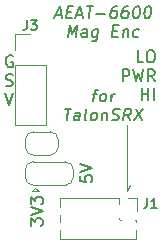
<source format=gbr>
%TF.GenerationSoftware,KiCad,Pcbnew,(6.0.5-0)*%
%TF.CreationDate,2022-12-27T15:40:18-08:00*%
%TF.ProjectId,talonsrx-enc-aeat-6600,74616c6f-6e73-4727-982d-656e632d6165,rev?*%
%TF.SameCoordinates,PX9157080PY6d01460*%
%TF.FileFunction,Legend,Top*%
%TF.FilePolarity,Positive*%
%FSLAX46Y46*%
G04 Gerber Fmt 4.6, Leading zero omitted, Abs format (unit mm)*
G04 Created by KiCad (PCBNEW (6.0.5-0)) date 2022-12-27 15:40:18*
%MOMM*%
%LPD*%
G01*
G04 APERTURE LIST*
%ADD10C,0.120000*%
%ADD11C,0.150000*%
G04 APERTURE END LIST*
D10*
X10414000Y5842000D02*
X10668000Y6350000D01*
X10414000Y11430000D02*
X10414000Y5842000D01*
D11*
X7486279Y14069286D02*
X7867232Y14069286D01*
X7545803Y13402620D02*
X7652946Y14259762D01*
X7712470Y14355000D01*
X7813660Y14402620D01*
X7908898Y14402620D01*
X8260089Y13402620D02*
X8170803Y13450239D01*
X8129136Y13497858D01*
X8093422Y13593096D01*
X8129136Y13878810D01*
X8188660Y13974048D01*
X8242232Y14021667D01*
X8343422Y14069286D01*
X8486279Y14069286D01*
X8575565Y14021667D01*
X8617232Y13974048D01*
X8652946Y13878810D01*
X8617232Y13593096D01*
X8557708Y13497858D01*
X8504136Y13450239D01*
X8402946Y13402620D01*
X8260089Y13402620D01*
X9021994Y13402620D02*
X9105327Y14069286D01*
X9081517Y13878810D02*
X9141041Y13974048D01*
X9194613Y14021667D01*
X9295803Y14069286D01*
X9391041Y14069286D01*
X5123184Y12792620D02*
X5694613Y12792620D01*
X5283898Y11792620D02*
X5408898Y12792620D01*
X6331517Y11792620D02*
X6396994Y12316429D01*
X6361279Y12411667D01*
X6271994Y12459286D01*
X6081517Y12459286D01*
X5980327Y12411667D01*
X6337470Y11840239D02*
X6236279Y11792620D01*
X5998184Y11792620D01*
X5908898Y11840239D01*
X5873184Y11935477D01*
X5885089Y12030715D01*
X5944613Y12125953D01*
X6045803Y12173572D01*
X6283898Y12173572D01*
X6385089Y12221191D01*
X6950565Y11792620D02*
X6861279Y11840239D01*
X6825565Y11935477D01*
X6932708Y12792620D01*
X7474375Y11792620D02*
X7385089Y11840239D01*
X7343422Y11887858D01*
X7307708Y11983096D01*
X7343422Y12268810D01*
X7402946Y12364048D01*
X7456517Y12411667D01*
X7557708Y12459286D01*
X7700565Y12459286D01*
X7789851Y12411667D01*
X7831517Y12364048D01*
X7867232Y12268810D01*
X7831517Y11983096D01*
X7771994Y11887858D01*
X7718422Y11840239D01*
X7617232Y11792620D01*
X7474375Y11792620D01*
X8319613Y12459286D02*
X8236279Y11792620D01*
X8307708Y12364048D02*
X8361279Y12411667D01*
X8462470Y12459286D01*
X8605327Y12459286D01*
X8694613Y12411667D01*
X8730327Y12316429D01*
X8664851Y11792620D01*
X9099375Y11840239D02*
X9236279Y11792620D01*
X9474375Y11792620D01*
X9575565Y11840239D01*
X9629136Y11887858D01*
X9688660Y11983096D01*
X9700565Y12078334D01*
X9664851Y12173572D01*
X9623184Y12221191D01*
X9533898Y12268810D01*
X9349375Y12316429D01*
X9260089Y12364048D01*
X9218422Y12411667D01*
X9182708Y12506905D01*
X9194613Y12602143D01*
X9254136Y12697381D01*
X9307708Y12745000D01*
X9408898Y12792620D01*
X9646994Y12792620D01*
X9783898Y12745000D01*
X10664851Y11792620D02*
X10391041Y12268810D01*
X10093422Y11792620D02*
X10218422Y12792620D01*
X10599375Y12792620D01*
X10688660Y12745000D01*
X10730327Y12697381D01*
X10766041Y12602143D01*
X10748184Y12459286D01*
X10688660Y12364048D01*
X10635089Y12316429D01*
X10533898Y12268810D01*
X10152946Y12268810D01*
X11123184Y12792620D02*
X11664851Y11792620D01*
X11789851Y12792620D02*
X10998184Y11792620D01*
X4367232Y20738334D02*
X4843422Y20738334D01*
X4236279Y20452620D02*
X4694613Y21452620D01*
X4902946Y20452620D01*
X5301755Y20976429D02*
X5635089Y20976429D01*
X5712470Y20452620D02*
X5236279Y20452620D01*
X5361279Y21452620D01*
X5837470Y21452620D01*
X6129136Y20738334D02*
X6605327Y20738334D01*
X5998184Y20452620D02*
X6456517Y21452620D01*
X6664851Y20452620D01*
X6980327Y21452620D02*
X7551755Y21452620D01*
X7141041Y20452620D02*
X7266041Y21452620D01*
X7807708Y20833572D02*
X8569613Y20833572D01*
X9551755Y21452620D02*
X9361279Y21452620D01*
X9260089Y21405000D01*
X9206517Y21357381D01*
X9093422Y21214524D01*
X9021994Y21024048D01*
X8974375Y20643096D01*
X9010089Y20547858D01*
X9051755Y20500239D01*
X9141041Y20452620D01*
X9331517Y20452620D01*
X9432708Y20500239D01*
X9486279Y20547858D01*
X9545803Y20643096D01*
X9575565Y20881191D01*
X9539851Y20976429D01*
X9498184Y21024048D01*
X9408898Y21071667D01*
X9218422Y21071667D01*
X9117232Y21024048D01*
X9063660Y20976429D01*
X9004136Y20881191D01*
X10504136Y21452620D02*
X10313660Y21452620D01*
X10212470Y21405000D01*
X10158898Y21357381D01*
X10045803Y21214524D01*
X9974375Y21024048D01*
X9926755Y20643096D01*
X9962470Y20547858D01*
X10004136Y20500239D01*
X10093422Y20452620D01*
X10283898Y20452620D01*
X10385089Y20500239D01*
X10438660Y20547858D01*
X10498184Y20643096D01*
X10527946Y20881191D01*
X10492232Y20976429D01*
X10450565Y21024048D01*
X10361279Y21071667D01*
X10170803Y21071667D01*
X10069613Y21024048D01*
X10016041Y20976429D01*
X9956517Y20881191D01*
X11218422Y21452620D02*
X11313660Y21452620D01*
X11402946Y21405000D01*
X11444613Y21357381D01*
X11480327Y21262143D01*
X11504136Y21071667D01*
X11474375Y20833572D01*
X11402946Y20643096D01*
X11343422Y20547858D01*
X11289851Y20500239D01*
X11188660Y20452620D01*
X11093422Y20452620D01*
X11004136Y20500239D01*
X10962470Y20547858D01*
X10926755Y20643096D01*
X10902946Y20833572D01*
X10932708Y21071667D01*
X11004136Y21262143D01*
X11063660Y21357381D01*
X11117232Y21405000D01*
X11218422Y21452620D01*
X12170803Y21452620D02*
X12266041Y21452620D01*
X12355327Y21405000D01*
X12396994Y21357381D01*
X12432708Y21262143D01*
X12456517Y21071667D01*
X12426755Y20833572D01*
X12355327Y20643096D01*
X12295803Y20547858D01*
X12242232Y20500239D01*
X12141041Y20452620D01*
X12045803Y20452620D01*
X11956517Y20500239D01*
X11914851Y20547858D01*
X11879136Y20643096D01*
X11855327Y20833572D01*
X11885089Y21071667D01*
X11956517Y21262143D01*
X12016041Y21357381D01*
X12069613Y21405000D01*
X12170803Y21452620D01*
X5402946Y18842620D02*
X5527946Y19842620D01*
X5771994Y19128334D01*
X6194613Y19842620D01*
X6069613Y18842620D01*
X6974375Y18842620D02*
X7039851Y19366429D01*
X7004136Y19461667D01*
X6914851Y19509286D01*
X6724375Y19509286D01*
X6623184Y19461667D01*
X6980327Y18890239D02*
X6879136Y18842620D01*
X6641041Y18842620D01*
X6551755Y18890239D01*
X6516041Y18985477D01*
X6527946Y19080715D01*
X6587470Y19175953D01*
X6688660Y19223572D01*
X6926755Y19223572D01*
X7027946Y19271191D01*
X7962470Y19509286D02*
X7861279Y18699762D01*
X7801755Y18604524D01*
X7748184Y18556905D01*
X7646994Y18509286D01*
X7504136Y18509286D01*
X7414851Y18556905D01*
X7885089Y18890239D02*
X7783898Y18842620D01*
X7593422Y18842620D01*
X7504136Y18890239D01*
X7462470Y18937858D01*
X7426755Y19033096D01*
X7462470Y19318810D01*
X7521994Y19414048D01*
X7575565Y19461667D01*
X7676755Y19509286D01*
X7867232Y19509286D01*
X7956517Y19461667D01*
X9182708Y19366429D02*
X9516041Y19366429D01*
X9593422Y18842620D02*
X9117232Y18842620D01*
X9242232Y19842620D01*
X9718422Y19842620D01*
X10105327Y19509286D02*
X10021994Y18842620D01*
X10093422Y19414048D02*
X10146994Y19461667D01*
X10248184Y19509286D01*
X10391041Y19509286D01*
X10480327Y19461667D01*
X10516041Y19366429D01*
X10450565Y18842620D01*
X11361279Y18890239D02*
X11260089Y18842620D01*
X11069613Y18842620D01*
X10980327Y18890239D01*
X10938660Y18937858D01*
X10902946Y19033096D01*
X10938660Y19318810D01*
X10998184Y19414048D01*
X11051755Y19461667D01*
X11152946Y19509286D01*
X11343422Y19509286D01*
X11432708Y19461667D01*
X709404Y17260000D02*
X614166Y17307620D01*
X471309Y17307620D01*
X328452Y17260000D01*
X233214Y17164762D01*
X185595Y17069524D01*
X137976Y16879048D01*
X137976Y16736191D01*
X185595Y16545715D01*
X233214Y16450477D01*
X328452Y16355239D01*
X471309Y16307620D01*
X566547Y16307620D01*
X709404Y16355239D01*
X757023Y16402858D01*
X757023Y16736191D01*
X566547Y16736191D01*
X137976Y14745239D02*
X280833Y14697620D01*
X518928Y14697620D01*
X614166Y14745239D01*
X661785Y14792858D01*
X709404Y14888096D01*
X709404Y14983334D01*
X661785Y15078572D01*
X614166Y15126191D01*
X518928Y15173810D01*
X328452Y15221429D01*
X233214Y15269048D01*
X185595Y15316667D01*
X137976Y15411905D01*
X137976Y15507143D01*
X185595Y15602381D01*
X233214Y15650000D01*
X328452Y15697620D01*
X566547Y15697620D01*
X709404Y15650000D01*
X42738Y14087620D02*
X376071Y13087620D01*
X709404Y14087620D01*
X6437380Y7112024D02*
X6437380Y6635834D01*
X6913571Y6588215D01*
X6865952Y6635834D01*
X6818333Y6731072D01*
X6818333Y6969167D01*
X6865952Y7064405D01*
X6913571Y7112024D01*
X7008809Y7159643D01*
X7246904Y7159643D01*
X7342142Y7112024D01*
X7389761Y7064405D01*
X7437380Y6969167D01*
X7437380Y6731072D01*
X7389761Y6635834D01*
X7342142Y6588215D01*
X6437380Y7445358D02*
X7437380Y7778691D01*
X6437380Y8112024D01*
X2246380Y2889405D02*
X2246380Y3508453D01*
X2627333Y3175120D01*
X2627333Y3317977D01*
X2674952Y3413215D01*
X2722571Y3460834D01*
X2817809Y3508453D01*
X3055904Y3508453D01*
X3151142Y3460834D01*
X3198761Y3413215D01*
X3246380Y3317977D01*
X3246380Y3032262D01*
X3198761Y2937024D01*
X3151142Y2889405D01*
X2246380Y3794167D02*
X3246380Y4127500D01*
X2246380Y4460834D01*
X2246380Y4698929D02*
X2246380Y5317977D01*
X2627333Y4984643D01*
X2627333Y5127500D01*
X2674952Y5222739D01*
X2722571Y5270358D01*
X2817809Y5317977D01*
X3055904Y5317977D01*
X3151142Y5270358D01*
X3198761Y5222739D01*
X3246380Y5127500D01*
X3246380Y4841786D01*
X3198761Y4746548D01*
X3151142Y4698929D01*
X11777142Y16715120D02*
X11300952Y16715120D01*
X11300952Y17715120D01*
X12300952Y17715120D02*
X12491428Y17715120D01*
X12586666Y17667500D01*
X12681904Y17572262D01*
X12729523Y17381786D01*
X12729523Y17048453D01*
X12681904Y16857977D01*
X12586666Y16762739D01*
X12491428Y16715120D01*
X12300952Y16715120D01*
X12205714Y16762739D01*
X12110476Y16857977D01*
X12062857Y17048453D01*
X12062857Y17381786D01*
X12110476Y17572262D01*
X12205714Y17667500D01*
X12300952Y17715120D01*
X10015238Y15105120D02*
X10015238Y16105120D01*
X10396190Y16105120D01*
X10491428Y16057500D01*
X10539047Y16009881D01*
X10586666Y15914643D01*
X10586666Y15771786D01*
X10539047Y15676548D01*
X10491428Y15628929D01*
X10396190Y15581310D01*
X10015238Y15581310D01*
X10920000Y16105120D02*
X11158095Y15105120D01*
X11348571Y15819405D01*
X11539047Y15105120D01*
X11777142Y16105120D01*
X12729523Y15105120D02*
X12396190Y15581310D01*
X12158095Y15105120D02*
X12158095Y16105120D01*
X12539047Y16105120D01*
X12634285Y16057500D01*
X12681904Y16009881D01*
X12729523Y15914643D01*
X12729523Y15771786D01*
X12681904Y15676548D01*
X12634285Y15628929D01*
X12539047Y15581310D01*
X12158095Y15581310D01*
X11634285Y13495120D02*
X11634285Y14495120D01*
X11634285Y14018929D02*
X12205714Y14018929D01*
X12205714Y13495120D02*
X12205714Y14495120D01*
X12681904Y13495120D02*
X12681904Y14495120D01*
%TO.C,J3*%
X1933333Y20288096D02*
X1933333Y19716667D01*
X1895238Y19602381D01*
X1819047Y19526191D01*
X1704761Y19488096D01*
X1628571Y19488096D01*
X2238095Y20288096D02*
X2733333Y20288096D01*
X2466666Y19983334D01*
X2580952Y19983334D01*
X2657142Y19945239D01*
X2695238Y19907143D01*
X2733333Y19830953D01*
X2733333Y19640477D01*
X2695238Y19564286D01*
X2657142Y19526191D01*
X2580952Y19488096D01*
X2352380Y19488096D01*
X2276190Y19526191D01*
X2238095Y19564286D01*
%TO.C,J1*%
X12115833Y5200596D02*
X12115833Y4629167D01*
X12077738Y4514881D01*
X12001547Y4438691D01*
X11887261Y4400596D01*
X11811071Y4400596D01*
X12915833Y4400596D02*
X12458690Y4400596D01*
X12687261Y4400596D02*
X12687261Y5200596D01*
X12611071Y5086310D01*
X12534880Y5010120D01*
X12458690Y4972024D01*
D10*
%TO.C,JP2*%
X3875000Y8842500D02*
X2475000Y8842500D01*
X2475000Y10842500D02*
X3875000Y10842500D01*
X1775000Y9542500D02*
X1775000Y10142500D01*
X4575000Y10142500D02*
X4575000Y9542500D01*
X2475000Y10842500D02*
G75*
G03*
X1775000Y10142500I-1J-699999D01*
G01*
X1775000Y9542500D02*
G75*
G03*
X2475000Y8842500I699999J-1D01*
G01*
X3875000Y8842500D02*
G75*
G03*
X4575000Y9542500I0J700000D01*
G01*
X4575000Y10142500D02*
G75*
G03*
X3875000Y10842500I-700000J0D01*
G01*
%TO.C,J3*%
X892500Y16510000D02*
X3552500Y16510000D01*
X892500Y19110000D02*
X2222500Y19110000D01*
X3552500Y16510000D02*
X3552500Y11370000D01*
X892500Y17780000D02*
X892500Y19110000D01*
X892500Y16510000D02*
X892500Y11370000D01*
X892500Y11370000D02*
X3552500Y11370000D01*
%TO.C,J1*%
X10477500Y5247500D02*
X11237500Y5247500D01*
X11237500Y5247500D02*
X11237500Y4117500D01*
X9717500Y5247500D02*
X9717500Y4680971D01*
X9717500Y5247500D02*
X4702500Y5247500D01*
X9717500Y3554029D02*
X9717500Y3410971D01*
X4702500Y2539970D02*
X4702500Y1717500D01*
X4702500Y3809970D02*
X4702500Y3155030D01*
X11172500Y1717500D02*
X4702500Y1717500D01*
X11172500Y2539970D02*
X11172500Y1717500D01*
X11040971Y3357500D02*
X11172500Y3357500D01*
X11172500Y3357500D02*
X11172500Y3155030D01*
X4702500Y5247500D02*
X4702500Y4425030D01*
X9770971Y3357500D02*
X9914029Y3357500D01*
%TO.C,JP1*%
X2460000Y8302500D02*
G75*
G03*
X1760000Y7602500I-1J-699999D01*
G01*
X5160000Y6302500D02*
G75*
G03*
X5860000Y7002500I0J700000D01*
G01*
X5860000Y7602500D02*
G75*
G03*
X5160000Y8302500I-700000J0D01*
G01*
X1760000Y7002500D02*
G75*
G03*
X2460000Y6302500I699999J-1D01*
G01*
X5860000Y7602500D02*
X5860000Y7002500D01*
X2310000Y5802500D02*
X2910000Y5802500D01*
X2410000Y8302500D02*
X5210000Y8302500D01*
X2610000Y6102500D02*
X2310000Y5802500D01*
X1760000Y7002500D02*
X1760000Y7602500D01*
X5210000Y6302500D02*
X2410000Y6302500D01*
X2610000Y6102500D02*
X2910000Y5802500D01*
%TD*%
M02*

</source>
